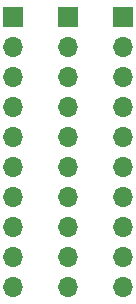
<source format=gbr>
%TF.GenerationSoftware,KiCad,Pcbnew,5.1.6*%
%TF.CreationDate,2020-07-17T22:30:16+02:00*%
%TF.ProjectId,FPC10_Adapterboard,46504331-305f-4416-9461-70746572626f,rev?*%
%TF.SameCoordinates,Original*%
%TF.FileFunction,Copper,L2,Bot*%
%TF.FilePolarity,Positive*%
%FSLAX46Y46*%
G04 Gerber Fmt 4.6, Leading zero omitted, Abs format (unit mm)*
G04 Created by KiCad (PCBNEW 5.1.6) date 2020-07-17 22:30:16*
%MOMM*%
%LPD*%
G01*
G04 APERTURE LIST*
%TA.AperFunction,ComponentPad*%
%ADD10R,1.700000X1.700000*%
%TD*%
%TA.AperFunction,ComponentPad*%
%ADD11O,1.700000X1.700000*%
%TD*%
G04 APERTURE END LIST*
D10*
%TO.P,J2,1*%
%TO.N,P1*%
X125523001Y-77136001D03*
D11*
%TO.P,J2,2*%
%TO.N,P2*%
X125523001Y-79676001D03*
%TO.P,J2,3*%
%TO.N,P3*%
X125523001Y-82216001D03*
%TO.P,J2,4*%
%TO.N,P4*%
X125523001Y-84756001D03*
%TO.P,J2,5*%
%TO.N,P5*%
X125523001Y-87296001D03*
%TO.P,J2,6*%
%TO.N,P6*%
X125523001Y-89836001D03*
%TO.P,J2,7*%
%TO.N,P7*%
X125523001Y-92376001D03*
%TO.P,J2,8*%
%TO.N,P8*%
X125523001Y-94916001D03*
%TO.P,J2,9*%
%TO.N,P9*%
X125523001Y-97456001D03*
%TO.P,J2,10*%
%TO.N,P10*%
X125523001Y-99996001D03*
%TD*%
%TO.P,J3,10*%
%TO.N,P10*%
X130173001Y-99996001D03*
%TO.P,J3,9*%
%TO.N,P9*%
X130173001Y-97456001D03*
%TO.P,J3,8*%
%TO.N,P8*%
X130173001Y-94916001D03*
%TO.P,J3,7*%
%TO.N,P7*%
X130173001Y-92376001D03*
%TO.P,J3,6*%
%TO.N,P6*%
X130173001Y-89836001D03*
%TO.P,J3,5*%
%TO.N,P5*%
X130173001Y-87296001D03*
%TO.P,J3,4*%
%TO.N,P4*%
X130173001Y-84756001D03*
%TO.P,J3,3*%
%TO.N,P3*%
X130173001Y-82216001D03*
%TO.P,J3,2*%
%TO.N,P2*%
X130173001Y-79676001D03*
D10*
%TO.P,J3,1*%
%TO.N,P1*%
X130173001Y-77136001D03*
%TD*%
%TO.P,J4,1*%
%TO.N,P1*%
X134823001Y-77136001D03*
D11*
%TO.P,J4,2*%
%TO.N,P2*%
X134823001Y-79676001D03*
%TO.P,J4,3*%
%TO.N,P3*%
X134823001Y-82216001D03*
%TO.P,J4,4*%
%TO.N,P4*%
X134823001Y-84756001D03*
%TO.P,J4,5*%
%TO.N,P5*%
X134823001Y-87296001D03*
%TO.P,J4,6*%
%TO.N,P6*%
X134823001Y-89836001D03*
%TO.P,J4,7*%
%TO.N,P7*%
X134823001Y-92376001D03*
%TO.P,J4,8*%
%TO.N,P8*%
X134823001Y-94916001D03*
%TO.P,J4,9*%
%TO.N,P9*%
X134823001Y-97456001D03*
%TO.P,J4,10*%
%TO.N,P10*%
X134823001Y-99996001D03*
%TD*%
M02*

</source>
